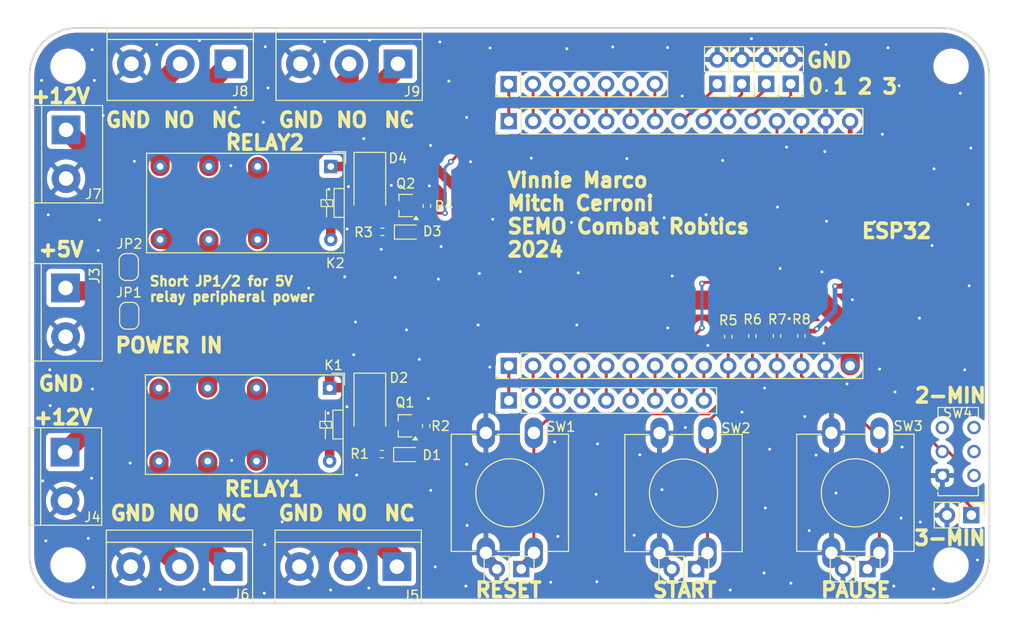
<source format=kicad_pcb>
(kicad_pcb (version 20240108) (generator "pcbnew") (generator_version "8.0")
  (layers (0 "F.Cu" signal) (31 "B.Cu" signal) (34 "B.Paste" user) (35 "F.Paste" user) (36 "B.SilkS" user "B.Silkscreen") (37 "F.SilkS" user "F.Silkscreen") (38 "B.Mask" user) (39 "F.Mask" user) (44 "Edge.Cuts" user))
  (net 0 "")
  (net 1 "Net-(D1-K)")
  (net 2 "RELAY1_EN")
  (net 3 "Net-(D2-A)")
  (net 4 "+5V")
  (net 5 "RELAY2_EN")
  (net 6 "Net-(D3-K)")
  (net 7 "Net-(D4-A)")
  (net 8 "Net-(J1-Pin_6)")
  (net 9 "nTSEL")
  (net 10 "Net-(J1-Pin_5)")
  (net 11 "Net-(J1-Pin_8)")
  (net 12 "Net-(J1-Pin_2)")
  (net 13 "Net-(J1-Pin_7)")
  (net 14 "nPAUSE")
  (net 15 "Net-(J1-Pin_1)")
  (net 16 "nSTART")
  (net 17 "nRESET")
  (net 18 "Net-(J1-Pin_4)")
  (net 19 "GND")
  (net 20 "Net-(J1-Pin_3)")
  (net 21 "LED2")
  (net 22 "Net-(J19-Pin_5)")
  (net 23 "Net-(J19-Pin_6)")
  (net 24 "Net-(J19-Pin_3)")
  (net 25 "Net-(J19-Pin_4)")
  (net 26 "Net-(J19-Pin_2)")
  (net 27 "LED1")
  (net 28 "LED0")
  (net 29 "LED3")
  (net 30 "+3.3V")
  (net 31 "Net-(J19-Pin_1)")
  (net 32 "Net-(J4-Pin_1)")
  (net 33 "Net-(J5-Pin_1)")
  (net 34 "Net-(J5-Pin_2)")
  (net 35 "Net-(J6-Pin_2)")
  (net 36 "Net-(J6-Pin_1)")
  (net 37 "Net-(J7-Pin_1)")
  (net 38 "Net-(J8-Pin_1)")
  (net 39 "Net-(J8-Pin_2)")
  (net 40 "Net-(J9-Pin_1)")
  (net 41 "Net-(J9-Pin_2)")
  (net 43 "Net-(J1-Pin_9)")
  (net 44 "Net-(J19-Pin_7)")
  (footprint "Resistor_SMD:R_0402_1005Metric" (layer "F.Cu") (at 131.1148 66.1396 -90)
    (property "Reference" "R7")
    (property "Value" "100K")
  )
  (footprint "Connector_PinHeader_2.54mm:PinHeader_1x09_P2.54mm_Vertical" (layer "F.Cu") (at 103.1748 72.8726 90)
    (property "Reference" "J18" (hide yes))
    (property "Value" "Conn_01x09_Pin")
  )
  (footprint "Resistor_SMD:R_0402_1005Metric" (layer "F.Cu") (at 89.9413 78.4606 180)
    (property "Reference" "R1")
    (property "Value" "220")
  )
  (footprint "Connector_PinHeader_2.54mm:PinHeader_1x02_P2.54mm_Vertical" (layer "F.Cu") (at 127.4336 39.8576 180)
    (property "Reference" "J15" (hide yes))
    (property "Value" "LED1")
  )
  (footprint "" (layer "F.Cu") (at 149.2504 90.0176)
    (property "Reference" "")
    (property "Value" "")
  )
  (footprint "Connector_PinHeader_2.54mm:PinHeader_1x07_P2.54mm_Vertical" (layer "F.Cu") (at 103.1494 39.878 90)
    (property "Reference" "J19" (hide yes))
    (property "Value" "Conn_01x07_Pin")
  )
  (footprint "Jumper:SolderJumper-2_P1.3mm_Open_RoundedPad1.0x1.5mm" (layer "F.Cu") (at 63.5762 58.9534 -90)
    (property "Reference" "JP2")
    (property "Value" "Jumper_2_Open" (hide yes))
  )
  (footprint "Relay_THT:Relay_DPDT_Omron_G5V-2" (layer "F.Cu") (at 84.6257 48.4749 -90)
    (property "Reference" "K2")
    (property "Value" "G5V-2_Split" (hide yes))
  )
  (footprint "Resistor_SMD:R_0402_1005Metric" (layer "F.Cu") (at 94.5641 75.5142 90)
    (property "Reference" "R2")
    (property "Value" "100K")
  )
  (footprint "Resistor_SMD:R_0402_1005Metric" (layer "F.Cu") (at 128.5494 66.167 -90)
    (property "Reference" "R6")
    (property "Value" "100K")
  )
  (footprint "" (layer "F.Cu") (at 149.2504 38.0238)
    (property "Reference" "")
    (property "Value" "")
  )
  (footprint "TerminalBlock:TerminalBlock_bornier-3_P5.08mm" (layer "F.Cu") (at 73.9394 90.1954 180)
    (property "Reference" "J6")
    (property "Value" "Screw_Terminal_01x03" (hide yes))
  )
  (footprint "Jumper:SolderJumper-2_P1.3mm_Open_RoundedPad1.0x1.5mm" (layer "F.Cu") (at 63.627 64.0334 90)
    (property "Reference" "JP1")
    (property "Value" "Jumper_2_Open")
  )
  (footprint "TerminalBlock:TerminalBlock_bornier-2_P5.08mm" (layer "F.Cu") (at 56.9976 61.1378 -90)
    (property "Reference" "J3")
    (property "Value" "5V INPUT")
  )
  (footprint "Connector_PinHeader_2.54mm:PinHeader_1x02_P2.54mm_Vertical" (layer "F.Cu") (at 140.5382 90.4494 -90)
    (property "Reference" "J12" (hide yes))
    (property "Value" "PAUSE")
  )
  (footprint "TerminalBlock:TerminalBlock_bornier-3_P5.08mm" (layer "F.Cu") (at 74.0156 37.7698 180)
    (property "Reference" "J8")
    (property "Value" "Screw_Terminal_01x03" (hide yes))
  )
  (footprint "TerminalBlock:TerminalBlock_bornier-2_P5.08mm" (layer "F.Cu") (at 56.9468 78.2574 -90)
    (property "Reference" "J4")
    (property "Value" "Bell Power")
  )
  (footprint "Connector_PinHeader_2.54mm:PinHeader_1x02_P2.54mm_Vertical" (layer "F.Cu") (at 104.4702 90.4494 -90)
    (property "Reference" "J10" (hide yes))
    (property "Value" "RESET")
  )
  (footprint "Package_TO_SOT_SMD:SOT-323_SC-70" (layer "F.Cu") (at 92.456 52.5413 180)
    (property "Reference" "Q2")
    (property "Value" "BSS214NW")
  )
  (footprint "Resistor_SMD:R_0402_1005Metric" (layer "F.Cu") (at 133.6548 66.1396 -90)
    (property "Reference" "R8")
    (property "Value" "100K")
  )
  (footprint "TerminalBlock:TerminalBlock_bornier-3_P5.08mm" (layer "F.Cu") (at 91.6178 37.7698 180)
    (property "Reference" "J9")
    (property "Value" "Screw_Terminal_01x03" (hide yes))
  )
  (footprint "Connector_PinHeader_2.54mm:PinHeader_1x02_P2.54mm_Vertical" (layer "F.Cu") (at 129.9972 39.8626 180)
    (property "Reference" "J16" (hide yes))
    (property "Value" "LED2")
  )
  (footprint "Connector_PinHeader_2.54mm:PinHeader_1x02_P2.54mm_Vertical" (layer "F.Cu") (at 124.8918 39.8576 180)
    (property "Reference" "J14" (hide yes))
    (property "Value" "LED0")
  )
  (footprint "Diode_SMD:D_SMA" (layer "F.Cu") (at 88.6968 50.5102 -90)
    (property "Reference" "D4")
    (property "Value" "1N1007, SMA")
  )
  (footprint "Resistor_SMD:R_0402_1005Metric" (layer "F.Cu") (at 90.0176 55.2854 180)
    (property "Reference" "R3")
    (property "Value" "220")
  )
  (footprint "TerminalBlock:TerminalBlock_bornier-2_P5.08mm" (layer "F.Cu") (at 57.0484 44.6532 -90)
    (property "Reference" "J7")
    (property "Value" "Bell Power")
  )
  (footprint "Connector_PinHeader_2.54mm:PinHeader_1x15_P2.54mm_Vertical" (layer "F.Cu") (at 103.17 43.75 90)
    (property "Reference" "J2" (hide yes))
    (property "Value" "Conn_01x15_Socket")
  )
  (footprint "TerminalBlock:TerminalBlock_bornier-3_P5.08mm" (layer "F.Cu") (at 91.5162 90.1954 180)
    (property "Reference" "J5")
    (property "Value" "Screw_Terminal_01x03" (hide yes))
  )
  (footprint "Connector_PinHeader_2.54mm:PinHeader_1x02_P2.54mm_Vertical" (layer "F.Cu") (at 151.3615 84.8252 -90)
    (property "Reference" "J13" (hide yes))
    (property "Value" "TIME SEL")
  )
  (footprint "Button_Switch_THT:SW_PUSH-12mm" (layer "F.Cu") (at 136.779 88.7476 90)
    (property "Reference" "SW3")
    (property "Value" "PAUSE")
  )
  (footprint "LED_SMD:LED_0603_1608Metric" (layer "F.Cu") (at 92.7354 55.3108)
    (property "Reference" "D3")
    (property "Value" "RED, 0603")
  )
  (footprint "Button_Switch_THT:SW_PUSH-12mm" (layer "F.Cu") (at 100.781 88.7476 90)
    (property "Reference" "SW1")
    (property "Value" "RESET")
  )
  (footprint "Package_TO_SOT_SMD:SOT-323_SC-70" (layer "F.Cu") (at 92.3797 75.5142 180)
    (property "Reference" "Q1")
    (property "Value" "BSS214NW")
  )
  (footprint "Button_Switch_THT:SW_PUSH-12mm" (layer "F.Cu") (at 118.872 88.773 90)
    (property "Reference" "SW2")
    (property "Value" "START")
  )
  (footprint "LED_SMD:LED_0603_1608Metric" (layer "F.Cu") (at 92.6591 78.5114)
    (property "Reference" "D1")
    (property "Value" "RED, 0603")
  )
  (footprint "Resistor_SMD:R_0402_1005Metric" (layer "F.Cu") (at 94.6404 52.5921 90)
    (property "Reference" "R4")
    (property "Value" "100K")
  )
  (footprint "" (layer "F.Cu") (at 57.2516 90.0176)
    (property "Reference" "")
    (property "Value" "")
  )
  (footprint "Relay_THT:Relay_DPDT_Omron_G5V-2" (layer "F.Cu") (at 84.5057 71.5772 -90)
    (property "Reference" "K1")
    (property "Value" "G5V-2_Split")
  )
  (footprint "Connector_PinHeader_2.54mm:PinHeader_1x02_P2.54mm_Vertical" (layer "F.Cu") (at 132.5372 39.8576 180)
    (property "Reference" "J17" (hide yes))
    (property "Value" "LED3")
  )
  (footprint "Connector_PinHeader_2.54mm:PinHeader_1x02_P2.54mm_Vertical" (layer "F.Cu") (at 122.682 90.4494 -90)
    (property "Reference" "J11" (hide yes))
    (property "Value" "START")
  )
  (footprint "Resistor_SMD:R_0402_1005Metric" (layer "F.Cu") (at 126.0348 66.2178 -90)
    (property "Reference" "R5")
    (property "Value" "100K")
  )
  (footprint "" (layer "F.Cu") (at 57.2516 38.0238)
    (property "Reference" "")
    (property "Value" "")
  )
  (footprint "Diode_SMD:D_SMA" (layer "F.Cu") (at 88.6967 73.533 -90)
    (property "Reference" "D2")
    (property "Value" "1N1007, SMA")
  )
  (footprint "Connector_PinHeader_2.54mm:PinHeader_1x15_P2.54mm_Vertical" (layer "F.Cu") (at 103.17 69.25 90)
    (property "Reference" "J1" (hide yes))
    (property "Value" "Conn_01x15_Socket")
  )
  (footprint "Button_Switch_THT:SW_CK_JS202011AQN_DPDT_Angled" (layer "F.Cu") (at 148.336 80.6958 90)
    (property "Reference" "SW4")
    (property "Value" "SW_SPDT")
  )
  (gr_arc (start 53.2382 39.027) (mid 54.702665 35.491463) (end 58.2382 34.027) (stroke (width 0.2)) (layer "Edge.Cuts"))
  (gr_line (start 58.2382 94.027) (end 148.2382 94.027) (stroke (width 0.2)) (layer "Edge.Cuts"))
  (gr_arc (start 148.2382 34.027) (mid 151.773734 35.491466) (end 153.2382 39.027) (stroke (width 0.2)) (layer "Edge.Cuts"))
  (gr_line (start 148.2382 34.027) (end 58.2382 34.027) (stroke (width 0.2)) (layer "Edge.Cuts"))
  (gr_arc (start 153.2382 89.027) (mid 151.773734 92.562534) (end 148.2382 94.027) (stroke (width 0.2)) (layer "Edge.Cuts"))
  (gr_line (start 53.2382 39.027) (end 53.2382 89.027) (stroke (width 0.2)) (layer "Edge.Cuts"))
  (gr_arc (start 58.2382 94.027) (mid 54.702666 92.562534) (end 53.2382 89.027) (stroke (width 0.2)) (layer "Edge.Cuts"))
  (gr_line (start 153.2382 89.027) (end 153.2382 39.027) (stroke (width 0.2)) (layer "Edge.Cuts"))
  (gr_text "Short JP1/2 for 5V \nrelay peripheral power" (at 65.6336 62.6364 0) (layer "F.SilkS") (effects (font (size 1 1) (thickness 0.25) (bold yes)) (justify left bottom)))
  (gr_text "RELAY2" (at 73.4822 46.863 0) (layer "F.SilkS") (effects (font (size 1.5 1.5) (thickness 0.375) (bold yes)) (justify left bottom)))
  (gr_text "+5V" (at 54 58 0) (layer "F.SilkS") (effects (font (size 1.5 1.5) (thickness 0.375) (bold yes)) (justify left bottom)))
  (gr_text "ESP32" (at 139.7508 56.0832 0) (layer "F.SilkS") (effects (font (size 1.5 1.5) (thickness 0.375) (bold yes)) (justify left bottom)))
  (gr_text "GND" (at 79 85.5 0) (layer "F.SilkS") (effects (font (size 1.5 1.5) (thickness 0.375) (bold yes)) (justify left bottom)))
  (gr_text "GND" (at 79 44.5 0) (layer "F.SilkS") (effects (font (size 1.5 1.5) (thickness 0.375) (bold yes)) (justify left bottom)))
  (gr_text "NC" (at 90 44.5 0) (layer "F.SilkS") (effects (font (size 1.5 1.5) (thickness 0.375) (bold yes)) (justify left bottom)))
  (gr_text "0 1 2 3" (at 134.1882 41.021 0) (layer "F.SilkS") (effects (font (size 1.5 1.5) (thickness 0.375) (bold yes)) (justify left bottom)))
  (gr_text "Vinnie Marco\nMitch Cerroni\nSEMO Combat Robtics \n2024" (at 102.8446 58.0136 0) (layer "F.SilkS") (effects (font (size 1.5 1.5) (thickness 0.375) (bold yes)) (justify left bottom)))
  (gr_text "+12V" (at 53.5 75.5 0) (layer "F.SilkS") (effects (font (size 1.5 1.5) (thickness 0.375) (bold yes)) (justify left bottom)))
  (gr_text "NC" (at 72 44.5 0) (layer "F.SilkS") (effects (font (size 1.5 1.5) (thickness 0.375) (bold yes)) (justify left bottom)))
  (gr_text "RELAY1" (at 73.3552 82.9818 0) (layer "F.SilkS") (effects (font (size 1.5 1.5) (thickness 0.375) (bold yes)) (justify left bottom)))
  (gr_text "NO" (at 85 85.5 0) (layer "F.SilkS") (effects (font (size 1.5 1.5) (thickness 0.375) (bold yes)) (justify left bottom)))
  (gr_text "GND" (at 61.5 85.5 0) (layer "F.SilkS") (effects (font (size 1.5 1.5) (thickness 0.375) (bold yes)) (justify left bottom)))
  (gr_text "RESET" (at 99.5 93.5 0) (layer "F.SilkS") (effects (font (size 1.5 1.5) (thickness 0.375) (bold yes)) (justify left bottom)))
  (gr_text "POWER IN" (at 62 68 0) (layer "F.SilkS") (effects (font (size 1.5 1.5) (thickness 0.375) (bold yes)) (justify left bottom)))
  (gr_text "PAUSE" (at 135.5 93.5 0) (layer "F.SilkS") (effects (font (size 1.5 1.5) (thickness 0.375) (bold yes)) (justify left bottom)))
  (gr_text "NC" (at 90 85.5 0) (layer "F.SilkS") (effects (font (size 1.5 1.5) (thickness 0.375) (bold yes)) (justify left bottom)))
  (gr_text "+12V" (at 53.2384 42.0116 0) (layer "F.SilkS") (effects (font (size 1.5 1.5) (thickness 0.375) (bold yes)) (justify left bottom)))
  (gr_text "GND" (at 134.0358 38.2778 0) (layer "F.SilkS") (effects (font (size 1.5 1.5) (thickness 0.375) (bold yes)) (justify left bottom)))
  (gr_text "NO" (at 67 44.5 0) (layer "F.SilkS") (effects (font (size 1.5 1.5) (thickness 0.375) (bold yes)) (justify left bottom)))
  (gr_text "START" (at 118 93.5 0) (layer "F.SilkS") (effects (font (size 1.5 1.5) (thickness 0.375) (bold yes)) (justify left bottom)))
  (gr_text "GND" (at 54 72 0) (layer "F.SilkS") (effects (font (size 1.5 1.5) (thickness 0.375) (bold yes)) (justify left bottom)))
  (gr_text "GND" (at 61 44.5 0) (layer "F.SilkS") (effects (font (size 1.5 1.5) (thickness 0.375) (bold yes)) (justify left bottom)))
  (gr_text "NO" (at 67.5 85.5 0) (layer "F.SilkS") (effects (font (size 1.5 1.5) (thickness 0.375) (bold yes)) (justify left bottom)))
  (gr_text "3-MIN" (at 145.2372 88.0872 0) (layer "F.SilkS") (effects (font (size 1.5 1.5) (thickness 0.375) (bold yes)) (justify left bottom)))
  (gr_text "NO" (at 85 44.5 0) (layer "F.SilkS") (effects (font (size 1.5 1.5) (thickness 0.375) (bold yes)) (justify left bottom)))
  (gr_text "NC" (at 72.5 85.5 0) (layer "F.SilkS") (effects (font (size 1.5 1.5) (thickness 0.375) (bold yes)) (justify left bottom)))
  (gr_text "2-MIN" (at 145.288 73.2282 0) (layer "F.SilkS") (effects (font (size 1.5 1.5) (thickness 0.375) (bold yes)) (justify left bottom)))
  (segment (start 91.8208 78.4606) (end 91.8716 78.5114) (width 0.3) (layer "F.Cu") (net 1))
  (segment (start 90.4513 78.4606) (end 91.8208 78.4606) (width 0.3) (layer "F.Cu") (net 1))
  (segment (start 133.65 58.7042) (end 133.65 43.75) (width 0.3) (layer "F.Cu") (net 2))
  (segment (start 100.6602 66.9036) (end 121.6914 66.9036) (width 0.3) (layer "F.Cu") (net 2))
  (segment (start 131.8006 60.5536) (end 133.65 58.7042) (width 0.3) (layer "F.Cu") (net 2))
  (segment (start 98.5774 72.898) (end 98.5774 69.1896) (width 0.3) (layer "F.Cu") (net 2))
  (segment (start 93.3797 78.4445) (end 93.4466 78.5114) (width 0.3) (layer "F.Cu") (net 2))
  (segment (start 94.4241 76.1642) (end 94.5641 76.0242) (width 0.3) (layer "F.Cu") (net 2))
  (segment (start 98.5774 69.1896) (end 100.6602 67.1068) (width 0.3) (layer "F.Cu") (net 2))
  (segment (start 93.3797 76.1642) (end 93.3797 78.4445) (width 0.3) (layer "F.Cu") (net 2))
  (segment (start 121.6914 66.9036) (end 123.2916 65.3034) (width 0.3) (layer "F.Cu") (net 2))
  (segment (start 94.5641 76.0242) (end 95.4512 76.0242) (width 0.3) (layer "F.Cu") (net 2))
  (segment (start 123.2916 60.6806) (end 123.4186 60.5536) (width 0.3) (layer "F.Cu") (net 2))
  (segment (start 123.4186 60.5536) (end 131.8006 60.5536) (width 0.3) (layer "F.Cu") (net 2))
  (segment (start 95.4512 76.0242) (end 98.5774 72.898) (width 0.3) (layer "F.Cu") (net 2))
  (segment (start 100.6602 67.1068) (end 100.6602 66.9036) (width 0.3) (layer "F.Cu") (net 2))
  (segment (start 93.3797 76.1642) (end 94.4241 76.1642) (width 0.3) (layer "F.Cu") (net 2))
  (via (at 123.2916 60.6806) (size 0.6) (drill 0.3) (layers "F.Cu" "B.Cu") (net 2))
  (via (at 123.2916 65.3034) (size 0.6) (drill 0.3) (layers "F.Cu" "B.Cu") (net 2))
  (segment (start 123.2916 60.6806) (end 123.2916 65.3034) (width 0.3) (layer "B.Cu") (net 2))
  (segment (start 84.5057 79.1972) (end 84.5057 76.8351) (width 1) (layer "F.Cu") (net 3))
  (segment (start 88.7155 75.5142) (end 88.6967 75.533) (width 1) (layer "F.Cu") (net 3))
  (segment (start 84.5057 76.8351) (end 85.8266 75.5142) (width 1) (layer "F.Cu") (net 3))
  (segment (start 91.3797 75.5142) (end 88.7155 75.5142) (width 1) (layer "F.Cu") (net 3))
  (segment (start 85.8266 75.5142) (end 88.6779 75.5142) (width 1) (layer "F.Cu") (net 3))
  (segment (start 88.6779 75.5142) (end 88.6967 75.533) (width 1) (layer "F.Cu") (net 3))
  (segment (start 63.6524 61.4426) (end 57.3024 61.4426) (width 2) (layer "F.Cu") (net 4))
  (segment (start 135.6614 62.4078) (end 97.8662 62.4078) (width 2) (layer "F.Cu") (net 4))
  (segment (start 84.201 62.4078) (end 82.7024 63.9064) (width 2) (layer "F.Cu") (net 4))
  (segment (start 97.7138 50.7492) (end 97.7138 62.2554) (width 1) (layer "F.Cu") (net 4))
  (segment (start 84.5057 65.7097) (end 82.7024 63.9064) (width 1) (layer "F.Cu") (net 4))
  (segment (start 63.5762 61.3664) (end 63.6524 61.4426) (width 1) (layer "F.Cu") (net 4))
  (segment (start 84.6257 48.4749) (end 88.6615 48.4749) (width 1) (layer "F.Cu") (net 4))
  (segment (start 138.73 65.4764) (end 135.6614 62.4078) (width 2) (layer "F.Cu") (net 4))
  (segment (start 97.8662 62.4078) (end 84.201 62.4078) (width 2) (layer "F.Cu") (net 4))
  (segment (start 82.7024 63.9064) (end 70.9422 63.9064) (width 2) (layer "F.Cu") (net 4))
  (segment (start 70.9422 63.9064) (end 68.4784 61.4426) (width 2) (layer "F.Cu") (net 4))
  (segment (start 138.73 69.25) (end 138.73 65.4764) (width 2) (layer "F.Cu") (net 4))
  (segment (start 88.6967 71.533) (end 84.5499 71.533) (width 1) (layer "F.Cu") (net 4))
  (segment (start 63.5762 59.6034) (end 63.5762 61.3664) (width 1) (layer "F.Cu") (net 4))
  (segment (start 88.6968 48.5102) (end 95.4748 48.5102) (width 1) (layer "F.Cu") (net 4))
  (segment (start 88.6615 48.4749) (end 88.6968 48.5102) (width 1) (layer "F.Cu") (net 4))
  (segment (start 68.4784 61.4426) (end 63.6524 61.4426) (width 2) (layer "F.Cu") (net 4))
  (segment (start 84.5499 71.533) (end 84.5057 71.5772) (width 1) (layer "F.Cu") (net 4))
  (segment (start 84.5057 71.5772) (end 84.5057 65.7097) (width 1) (layer "F.Cu") (net 4))
  (segment (start 57.3024 61.4426) (end 56.9976 61.1378) (width 2) (layer "F.Cu") (net 4))
  (segment (start 63.627 61.468) (end 63.6524 61.4426) (width 1) (layer "F.Cu") (net 4))
  (segment (start 63.627 63.3834) (end 63.627 61.468) (width 1) (layer "F.Cu") (net 4))
  (segment (start 97.7138 62.2554) (end 97.8662 62.4078) (width 1) (layer "F.Cu") (net 4))
  (segment (start 95.4748 48.5102) (end 97.7138 50.7492) (width 1) (layer "F.Cu") (net 4))
  (segment (start 94.6404 53.1021) (end 94.8783 53.34) (width 0.3) (layer "F.Cu") (net 5))
  (segment (start 93.456 53.1913) (end 93.456 55.2439) (width 0.3) (layer "F.Cu") (net 5))
  (segment (start 98.8568 46.2534) (end 97.1296 47.9806) (width 0.3) (layer "F.Cu") (net 5))
  (segment (start 131.11 43.75) (end 131.11 45.2676) (width 0.3) (layer "F.Cu") (net 5))
  (segment (start 93.456 55.2439) (end 93.5229 55.3108) (width 0.3) (layer "F.Cu") (net 5))
  (segment (start 130.1242 46.2534) (end 98.8568 46.2534) (width 0.3) (layer "F.Cu") (net 5))
  (segment (start 131.11 45.2676) (end 130.1242 46.2534) (width 0.3) (layer "F.Cu") (net 5))
  (segment (start 94.5512 53.1913) (end 94.6404 53.1021) (width 0.3) (layer "F.Cu") (net 5))
  (segment (start 93.456 53.1913) (end 94.5512 53.1913) (width 0.3) (layer "F.Cu") (net 5))
  (segment (start 94.8783 53.34) (end 96.52 53.34) (width 0.3) (layer "F.Cu") (net 5))
  (via (at 97.1296 47.9806) (size 0.6) (drill 0.3) (layers "F.Cu" "B.Cu") (net 5))
  (via (at 96.52 53.34) (size 0.6) (drill 0.3) (layers "F.Cu" "B.Cu") (net 5))
  (segment (start 96.52 48.5902) (end 96.52 53.34) (width 0.3) (layer "B.Cu") (net 5))
  (segment (start 97.1296 47.9806) (end 96.52 48.5902) (width 0.3) (layer "B.Cu") (net 5))
  (segment (start 91.9479 55.3108) (end 90.553 55.3108) (width 0.3) (layer "F.Cu") (net 6))
  (segment (start 90.553 55.3108) (end 90.5276 55.2854) (width 0.3) (layer "F.Cu") (net 6))
  (segment (start 84.6257 53.7535) (end 84.6257 56.0949) (width 1) (layer "F.Cu") (net 7))
  (segment (start 85.869 52.5102) (end 84.6257 53.7535) (width 1) (layer "F.Cu") (net 7))
  (segment (start 91.456 52.5413) (end 88.7279 52.5413) (width 1) (layer "F.Cu") (net 7))
  (segment (start 88.6968 52.5102) (end 85.869 52.5102) (width 1) (layer "F.Cu") (net 7))
  (segment (start 88.7279 52.5413) (end 88.6968 52.5102) (width 1) (layer "F.Cu") (net 7))
  (segment (start 115.87 69.25) (end 115.87 72.8678) (width 0.3) (layer "F.Cu") (net 8))
  (segment (start 115.87 72.8678) (end 115.8748 72.8726) (width 0.3) (layer "F.Cu") (net 8))
  (segment (start 148.336 78.1958) (end 148.9602 78.1958) (width 0.3) (layer "F.Cu") (net 9))
  (segment (start 146.5326 74.4474) (end 146.5326 76.3924) (width 0.3) (layer "F.Cu") (net 9))
  (segment (start 133.6548 69.2452) (end 133.65 69.25) (width 0.3) (layer "F.Cu") (net 9))
  (segment (start 134.6962 71.374) (end 137.0838 71.374) (width 0.3) (layer "F.Cu") (net 9))
  (segment (start 150.1648 82.804) (end 151.3615 84.0007) (width 0.3) (layer "F.Cu") (net 9))
  (segment (start 148.9602 78.1958) (end 150.1648 79.4004) (width 0.3) (layer "F.Cu") (net 9))
  (segment (start 139.4714 73.7616) (end 145.8468 73.7616) (width 0.3) (layer "F.Cu") (net 9))
  (segment (start 150.1648 79.4004) (end 150.1648 82.804) (width 0.3) (layer "F.Cu") (net 9))
  (segment (start 133.6548 66.6496) (end 133.6548 69.2452) (width 0.3) (layer "F.Cu") (net 9))
  (segment (start 133.65 69.25) (end 133.65 70.3278) (width 0.3) (layer "F.Cu") (net 9))
  (segment (start 133.65 70.3278) (end 134.6962 71.374) (width 0.3) (layer "F.Cu") (net 9))
  (segment (start 145.8468 73.7616) (end 146.5326 74.4474) (width 0.3) (layer "F.Cu") (net 9))
  (segment (start 146.5326 76.3924) (end 148.336 78.1958) (width 0.3) (layer "F.Cu") (net 9))
  (segment (start 137.0838 71.374) (end 139.4714 73.7616) (width 0.3) (layer "F.Cu") (net 9))
  (segment (start 151.3615 84.0007) (end 151.3615 84.8252) (width 0.3) (layer "F.Cu") (net 9))
  (segment (start 113.33 72.8678) (end 113.3348 72.8726) (width 0.3) (layer "F.Cu") (net 10))
  (segment (start 113.33 69.25) (end 113.33 72.8678) (width 0.3) (layer "F.Cu") (net 10))
  (segment (start 120.95 69.25) (end 120.95 72.8678) (width 0.3) (layer "F.Cu") (net 11))
  (segment (start 120.95 72.8678) (end 120.9548 72.8726) (width 0.3) (layer "F.Cu") (net 11))
  (segment (start 105.71 72.8678) (end 105.7148 72.8726) (width 0.3) (layer "F.Cu") (net 12))
  (segment (start 105.71 69.25) (end 105.71 72.8678) (width 0.3) (layer "F.Cu") (net 12))
  (segment (start 118.41 69.25) (end 118.41 72.8678) (width 0.3) (layer "F.Cu") (net 13))
  (segment (start 118.41 72.8678) (end 118.4148 72.8726) (width 0.3) (layer "F.Cu") (net 13))
  (segment (start 141.779 76.2476) (end 141.779 88.7476) (width 0.3) (layer "F.Cu") (net 14))
  (segment (start 140.5382 89.9884) (end 141.779 88.7476) (width 0.5) (layer "F.Cu") (net 14))
  (segment (start 136.906 71.9074) (end 132.1308 71.9074) (width 0.3) (layer "F.Cu") (net 14))
  (segment (start 131.1148 69.2452) (end 131.11 69.25) (width 0.3) (layer "F.Cu") (net 14))
  (segment (start 141.2462 76.2476) (end 136.906 71.9074) (width 0.3) (layer "F.Cu") (net 14))
  (segment (start 141.779 76.2476) (end 141.2462 76.2476) (width 0.3) (layer "F.Cu") (net 14))
  (segment (start 140.5382 90.4494) (end 140.5382 89.9884) (width 0.5) (layer "F.Cu") (net 14))
  (segment (start 131.11 70.8866) (end 131.11 69.25) (width 0.3) (layer "F.Cu") (net 14))
  (segment (start 131.1148 66.6496) (end 131.1148 69.2452) (width 0.3) (layer "F.Cu") (net 14))
  (segment (start 132.1308 71.9074) (end 131.11 70.8866) (width 0.3) (layer "F.Cu") (net 14))
  (segment (start 103.17 69.25) (end 103.17 72.8678) (width 0.3) (layer "F.Cu") (net 15))
  (segment (start 103.17 72.8678) (end 103.1748 72.8726) (width 0.3) (layer "F.Cu") (net 15))
  (segment (start 123.872 75.137) (end 128.57 70.439) (width 0.3) (layer "F.Cu") (net 16))
  (segment (start 128.5748 69.2452) (end 128.57 69.25) (width 0.3) (layer "F.Cu") (net 16))
  (segment (start 128.57 70.439) (end 128.57 69.25) (width 0.3) (layer "F.Cu") (net 16))
  (segment (start 128.5494 69.2294) (end 128.57 69.25) (width 0.3) (layer "F.Cu") (net 16))
  (segment (start 122.682 90.4494) (end 122.682 89.963) (width 0.5) (layer "F.Cu") (net 16))
  (segment (start 123.872 76.273) (end 123.872 88.773) (width 0.3) (layer "F.Cu") (net 16))
  (segment (start 128.5494 66.677) (end 128.5494 69.2294) (width 0.3) (layer "F.Cu") (net 16))
  (segment (start 122.682 89.963) (end 123.872 88.773) (width 0.5) (layer "F.Cu") (net 16))
  (segment (start 123.872 76.273) (end 123.872 75.137) (width 0.3) (layer "F.Cu") (net 16))
  (segment (start 105.781 76.2476) (end 105.781 88.7476) (width 0.3) (layer "F.Cu") (net 17))
  (segment (start 105.781 76.2476) (end 107.759 74.2696) (width 0.3) (layer "F.Cu") (net 17))
  (segment (start 107.759 74.2696) (end 124.0028 74.2696) (width 0.3) (layer "F.Cu") (net 17))
  (segment (start 126.03 72.2424) (end 126.03 69.25) (width 0.3) (layer "F.Cu") (net 17))
  (segment (start 104.4702 90.0584) (end 105.781 88.7476) (width 0.5) (layer "F.Cu") (net 17))
  (segment (start 124.0028 74.2696) (end 126.03 72.2424) (width 0.3) (layer "F.Cu") (net 17))
  (segment (start 126.0348 66.7278) (end 126.0348 69.2452) (width 0.3) (layer "F.Cu") (net 17))
  (segment (start 126.0348 69.2452) (end 126.03 69.25) (width 0.3) (layer "F.Cu") (net 17))
  (segment (start 104.4702 90.4494) (end 104.4702 90.0584) (width 0.5) (layer "F.Cu") (net 17))
  (segment (start 110.79 69.25) (end 110.79 72.8678) (width 0.3) (layer "F.Cu") (net 18))
  (segment (start 110.79 72.8678) (end 110.7948 72.8726) (width 0.3) (layer "F.Cu") (net 18))
  (segment (start 137.9982 89.9668) (end 136.779 88.7476) (width 0.5) (layer "F.Cu") (net 19))
  (segment (start 101.9302 89.8968) (end 100.781 88.7476) (width 0.5) (layer "F.Cu") (net 19))
  (segment (start 93.3797 74.8642) (end 94.4241 74.8642) (width 0.3) (layer "F.Cu") (net 19))
  (segment (start 94.4241 74.8642) (end 94.5641 75.0042) (width 0.3) (layer "F.Cu") (net 19))
  (segment (start 93.456 51.8913) (end 94.4496 51.8913) (width 0.3) (layer "F.Cu") (net 19))
  (segment (start 120.142 90.043) (end 118.872 88.773) (width 0.5) (layer "F.Cu") (net 19))
  (segment (start 101.9302 90.4494) (end 101.9302 89.8968) (width 0.5) (layer "F.Cu") (net 19))
  (segment (start 94.4496 51.8913) (end 94.6404 52.0821) (width 0.3) (layer "F.Cu") (net 19))
  (segment (start 120.142 90.4494) (end 120.142 90.043) (width 0.5) (layer "F.Cu") (net 19))
  (segment (start 137.9982 90.4494) (end 137.9982 89.9668) (width 0.5) (layer "F.Cu") (net 19))
  (via (at 119.3546 53.8226) (size 0.6) (drill 0.3) (layers "F.Cu" "B.Cu") (net 19))
  (via (at 78.0796 40.2844) (size 0.6) (drill 0.3) (layers "F.Cu" "B.Cu") (net 19))
  (via (at 59.3598 87.249) (size 0.6) (drill 0.3) (layers "F.Cu" "B.Cu") (net 19))
  (via (at 142.6718 36.0934) (size 0.6) (drill 0.3) (layers "F.Cu" "B.Cu") (net 19))
  (via (at 146.05 85.5472) (size 0.6) (drill 0.3) (layers "F.Cu" "B.Cu") (net 19))
  (via (at 83.9724 35.4584) (size 0.6) (drill 0.3) (layers "F.Cu" "B.Cu") (net 19))
  (via (at 136.271 40.5638) (size 0.6) (drill 0.3) (layers "F.Cu" "B.Cu") (net 19))
  (via (at 55.3466 69.6722) (size 0.6) (drill 0.3) (layers "F.Cu" "B.Cu") (net 19))
  (via (at 87.1982 64.6938) (size 0.6) (drill 0.3) (layers "F.Cu" "B.Cu") (net 19))
  (via (at 110.4138 59.563) (size 0.6) (drill 0.3) (layers "F.Cu" "B.Cu") (net 19))
  (via (at 136.271 54.1782) (size 0.6) (drill 0.3) (layers "F.Cu" "B.Cu") (net 19))
  (via (at 142.0876 45.1104) (size 0.6) (drill 0.3) (layers "F.Cu" "B.Cu") (net 19))
  (via (at 64.1096 42.9514) (size 0.6) (drill 0.3) (layers "F.Cu" "B.Cu") (net 19))
  (via (at 135.1788 78.5622) (size 0.6) (drill 0.3) (layers "F.Cu" "B.Cu") (net 19))
  (via (at 95.9866 35.4838) (size 0.6) (drill 0.3) (layers "F.Cu" "B.Cu") (net 19))
  (via (at 98.8314 85.9028) (size 0.6) (drill 0.3) (layers "F.Cu" "B.Cu") (net 19))
  (via (at 131.445 59.1058) (size 0.6) (drill 0.3) (layers "F.Cu" "B.Cu") (net 19))
  (via (at 136.0932 46.9138) (size 0.6) (drill 0.3) (layers "F.Cu" "B.Cu") (net 19))
  (via (at 132.3848 64.3382) (size 0.6) (drill 0.3) (layers "F.Cu" "B.Cu") (net 19))
  (via (at 119.126 82.169) (size 0.6) (drill 0.3) (layers "F.Cu" "B.Cu") (net 19))
  (via (at 116.2304 86.9188) (size 0.6) (drill 0.3) (layers "F.Cu" "B.Cu") (net 19))
  (via (at 134.0104 74.549) (size 0.6) (drill 0.3) (layers "F.Cu" "B.Cu") (net 19))
  (via (at 115.4684 47.6504) (size 0.6) (drill 0.3) (layers "F.Cu" "B.Cu") (net 19))
  (via (at 86.3346 54.991) (size 0.6) (drill 0.3) (layers "F.Cu" "B.Cu") (net 19))
  (via (at 82.3214 61.1632) (size 0.6) (drill 0.3) (layers "F.Cu" "B.Cu") (net 19))
  (via (at 132.1054 46.4566) (size 0.6) (drill 0.3) (layers "F.Cu" "B.Cu") (net 19))
  (via (at 86.0806 59.9694) (size 0.6) (drill 0.3) (layers "F.Cu" "B.Cu") (net 19))
  (via (at 96.9264 39.5732) (size 0.6) (drill 0.3) (layers "F.Cu" "B.Cu") (net 19))
  (via (at 130.3528 77.9526) (size 0.6) (drill 0.3) (layers "F.Cu" "B.Cu") (net 19))
  (via (at 147.4724 48.7172) (size 0.6) (drill 0.3) (layers "F.Cu" "B.Cu") (net 19))
  (via (at 128.4478 35.1536) (size 0.6) (drill 0.3) (layers "F.Cu" "B.Cu") (net 19))
  (via (at 92.5322 43.688) (size 0.6) (drill 0.3) (layers "F.Cu" "B.Cu") (net 19))
  (via (at 136.2202 35.7632) (size 0.6) (drill 0.3) (layers "F.Cu" "B.Cu") (net 19))
  (via (at 121.5644 75.692) (size 0.6) (drill 0.3) (layers "F.Cu" "B.Cu") (net 19))
  (via (at 152 89.5) (size 0.6) (drill 0.3) (layers "F.Cu" "B.Cu") (net 19))
  (via (at 126.238 92.6338) (size 0.6) (drill 0.3) (layers "F.Cu" "B.Cu") (net 19))
  (via (at 129.8956 84.074) (size 0.6) (drill 0.3) (layers "F.Cu" "B.Cu") (net 19))
  (via (at 150.2156 40.8432) (size 0.6) (drill 0.3) (layers "F.Cu" "B.Cu") (net 19))
  (via (at 134.4676 86.4362) (size 0.6) (drill 0.3) (layers "F.Cu" "B.Cu") (net 19))
  (via (at 54.61 81.2546) (size 0.6) (drill 0.3) (layers "F.Cu" "B.Cu") (net 19))
  (via (at 116.8146 78.5368) (size 0.6) (drill 0.3) (layers "F.Cu" "B.Cu") (net 19))
  (via (at 112.268 82.6516) (size 0.6) (drill 0.3) (layers "F.Cu" "B.Cu") (net 19))
  (via (at 141.2748 54.229) (size 0.6) (drill 0.3) (layers "F.Cu" "B.Cu") (net 19))
  (via (at 143.8402 40.0558) (size 0.6) (drill 0.3) (layers "F.Cu" "B.Cu") (net 19))
  (via (at 91.3384 60.0456) (size 0.6) (drill 0.3) (layers "F.Cu" "B.Cu") (net 19))
  (via (at 59.7154 80.9752) (size 0.6) (drill 0.3) (layers "F.Cu" "B.Cu") (net 19))
  (via (at 109.7026 54.3052) (size 0.6) (drill 0.3) (layers "F.Cu" "B.Cu") (net 19))
  (via (at 66.4972 35.7632) (size 0.6) (drill 0.3) (layers "F.Cu" "B.Cu") (net 19))
  (via (at 95.0214 46.2788) (size 0.6) (drill 0.3) (layers "F.Cu" "B.Cu") (net 19))
  (via (at 54.9402 87.503) (size 0.6) (drill 0.3) (layers "F.Cu" "B.Cu") (net 19))
  (via (at 132.5626 91.9226) (size 0.6) (drill 0.3) (layers "F.Cu" "B.Cu") (net 19))
  (via (at 59.8678 92.3544) (size 0.6) (drill 0.3) (layers "F.Cu" "B.Cu") (net 19))
  (via (at 95.504 90.2208) (size 0.6) (drill 0.3) (layers "F.Cu" "B.Cu") (net 19))
  (via (at 95.0468 82.2452) (size 0.6) (drill 0.3) (layers "F.Cu" "B.Cu") (net 19))
  (via (at 141.8082 69.596) (size 0.6) (drill 0.3) (layers "F.Cu" "B.Cu") (net 19))
  (via (at 55.3974 73.406) (size 0.6) (drill 0.3) (layers "F.Cu" "B.Cu") (net 19))
  (via (at 59.7916 71.6788) (size 0.6) (drill 0.3) (layers "F.Cu" "B.Cu") (net 19))
  (via (at 135.9916 66.9036) (size 0.6) (drill 0.3) (layers "F.Cu" "B.Cu") (net 19))
  (via (at 74.295 79.121) (size 0.6) (drill 0.3) (layers "F.Cu" "B.Cu") (net 19))
  (via (at 151.0284 52.4256) (size 0.6) (drill 0.3) (layers "F.Cu" "B.Cu") (net 19))
  (via (at 77.7494 87.9094) (size 0.6) (drill 0.3) (layers "F.Cu" "B.Cu") (net 19))
  (via (at 71.4248 92.5576) (size 0.6) (drill 0.3) (layers "F.Cu" "B.Cu") (net 19))
  (via (at 60 39.5) (size 0.6) (drill 0.3) (layers "F.Cu" "B.Cu") (net 19))
  (via (at 84.3534 74.1934) (size 0.6) (drill 0.3) (layers "F.Cu" "B.Cu") (net 19))
  (via (at 137.2616 82.5246) (size 0.6) (drill 0.3) (layers "F.Cu" "B.Cu") (net 19))
  (via (at 86.4616 50.5714) (size 0.6) (drill 0.3) (layers "F.Cu" "B.Cu") (net 19))
  (via (at 112.4204 77.3938) (size 0.6) (drill 0.3) (layers "F.Cu" "B.Cu") (net 19))
  (via (at 92.5068 65.5066) (size 0.6) (drill 0.3) (layers "F.Cu" "B.Cu") (net 19))
  (via (at 79.5528 85.5218) (size 0.6) (drill 0.3) (layers "F.Cu" "B.Cu") (net 19))
  (via (at 63.4492 84.582) (size 0.6) (drill 0.3) (layers "F.Cu" "B.Cu") (net 19))
  (via (at 54.8132 57.3786) (size 0.6) (drill 0.3) (layers "F.Cu" "B.Cu") (net 19))
  (via (at 59.7662 36.2966) (size 0.6) (drill 0.3) (layers "F.Cu" "B.Cu") (net 19))
  (via (at 151.3078 46.5582) (size 0.6) (drill 0.3) (layers "F.Cu" "B.Cu") (net 19))
  (via (at 147.2692 56.7182) (size 0.6) (drill 0.3) (layers "F.Cu" "B.Cu") (net 19))
  (via (at 60.4012 57.2262) (size 0.6) (drill 0.3) (layers "F.Cu" "B.Cu") (net 19))
  (via (at 98.7044 92.2274) (size 0.6) (drill 0.3) (layers "F.Cu" "B.Cu") (net 19))
  (via (at 119.7102 36.068) (size 0.6) (drill 0.3) (layers "F.Cu" "B.Cu") (net 19))
  (via (at 101.1936 69.3928) (size 0.6) (drill 0.3) (layers "F.Cu" "B.Cu") (net 19))
  (via (at 74.2188 48.387) (size 0.6) (drill 0.3) (layers "F.Cu" "B.Cu") (net 19))
  (via (at 131.1656 52.705) (size 0.6) (drill 0.3) (layers "F.Cu" "B.Cu") (net 19))
  (via (at 98.7806 43.3578) (size 0.6) (drill 0.3) (layers "F.Cu" "B.Cu") (net 19))
  (via (at 151.13 60.9092) (size 0.6) (drill 0.3) (layers "F.Cu" "B.Cu") (net 19))
  (via (at 96.1136 56.8198) (size 0.6) (drill 0.3) (layers "F.Cu" "B.Cu") (net 19))
  (via (at 88.6714 35.306) (size 0.6) (drill 0.3) (layers "F.Cu" "B.Cu") (net 19))
  (via (at 63.7286 79.4004) (size 0.6) (drill 0.3) (layers "F.Cu" "B.Cu") (net 19))
  (via (at 107.5436 91.821) (size 0.6) (drill 0.3) (layers "F.Cu" "B.Cu") (net 19))
  (via (at 54.5 39.5) (size 0.6) (drill 0.3) (layers "F.Cu" "B.Cu") (net 19))
  (via (at 64.1604 47.9298) (size 0.6) (drill 0.3) (layers "F.Cu" "B.Cu") (net 19))
  (via (at 94.7928 72.6694) (size 0.6) (drill 0.3) (layers "F.Cu" "B.Cu") (net 19))
  (via (at 100.1014 59.6392) (size 0.6) (drill 0.3) (layers "F.Cu" "B.Cu") (net 19))
  (via (at 60.9092 43.1546) (size 0.6) (drill 0.3) (layers "F.Cu" "B.Cu") (net 19))
  (via (at 101.219 36.1188) (size 0.6) (drill 0.3) (layers "F.Cu" "B.Cu") (net 19))
  (via (at 99.9744 64.9986) (size 0.6) (drill 0.3) (layers "F.Cu" "B.Cu") (net 19))
  (via (at 77.597 43.8658) (size 0.6) (drill 0.3) (layers "F.Cu" "B.Cu") (net 19))
  (via (at 74.2188 44.9834) (size 0.6) (drill 0.3) (layers "F.Cu" "B.Cu") (net 19))
  (via (at 105.5116 47.5996) (size 0.6) (drill 0.3) (layers "F.Cu" "B.Cu") (net 19))
  (via (at 144.0434 85.1408) (size 0.6) (drill 0.3) (layers "F.Cu" "B.Cu") (net 19))
  (via (at 77.8002 35.9918) (size 0.6) (drill 0.3) (layers "F.Cu" "B.Cu") (net 19))
  (via (at 143.2814 92.2274) (size 0.6) (drill 0.3) (layers "F.Cu" "B.Cu") (net 19))
  (via (at 147.4216 92.5322) (size 0.6) (drill 0.3) (layers "F.Cu" "B.Cu") (net 19))
  (via (at 66.8528 92.5576) (size 0.6) (drill 0.3) (layers "F.Cu" "B.Cu") (net 19))
  (via (at 95.8342 60.2234) (size 0.6) (drill 0.3) (layers "F.Cu" "B.Cu") (net 19))
  (via (at 109.22 36.195) (size 0.6) (drill 0.3) (layers "F.Cu" "B.Cu") (net 19))
  (via (at 127.4572 74.0918) (size 0.6) (drill 0.3) (layers "F.Cu" "B.Cu") (net 19))
  (via (at 84.6074 92.6338) (size 0.6) (drill 0.3) (layers "F.Cu" "B.Cu") (net 19))
  (via (at 123.7234 53.4924) (size 0.6) (drill 0.3) (layers "F.Cu" "B.Cu") (net 19))
  (via (at 74.676 42.3164) (size 0.6) (drill 0.3) (layers "F.Cu" "B.Cu") (net 19))
  (via (at 70.9422 35.3568) (size 0.6) (drill 0.3) (layers "F.Cu" "B.Cu") (net 19))
  (via (at 145.9484 64.2874) (size 0.6) (drill 0.3) (layers "F.Cu" "B.Cu") (net 19))
  (via (at 87.3252 80.645) (size 0.6) (drill 0.3) (layers "F.Cu" "B.Cu") (net 19))
  (via (at 129.7686 90.8558) (size 0.6) (drill 0.3) (layers "F.Cu" "B.Cu") (net 19))
  (via (at 88.5952 92.4306) (size 0.6) (drill 0.3) (layers "F.Cu" "B.Cu") (net 19))
  (via (at 89.8906 57.0992) (size 0.6) (drill 0.3) (layers "F.Cu" "B.Cu") (net 19))
  (via (at 113.9952 36.0172) (size 0.6) (drill 0.3) (layers "F.Cu" "B.Cu") (net 19))
  (via (at 99.187 47.9806) (size 0.6) (drill 0.3) (layers "F.Cu" "B.Cu") (net 19))
  (via (at 121.2342 41.1226) (size 0.6) (drill 0.3) (layers "F.Cu" "B.Cu") (net 19))
  (via (at 123.9012 67.1322) (size 0.6) (drill 0.3) (layers "F.Cu" "B.Cu") (net 19))
  (via (at 143.4084 71.9836) (size 0.6) (drill 0.3) (layers "F.Cu" "B.Cu") (net 19))
  (via (at 125.4506 47.8536) (size 0.6) (drill 0.3) (layers "F.Cu" "B.Cu") (net 19))
  (via (at 87.0204 68.0974) (size 0.6) (drill 0.3) (layers "F.Cu" "B.Cu") (net 19))
  (via (at 135.7884 59.4614) (size 0.6) (drill 0.3) (layers "F.Cu" "B.Cu") (net 19))
  (via (at 98.7806 79.5274) (size 0.6) (drill 0.3) (layers "F.Cu" "B.Cu") (net 19))
  (via (at 150.6728 69.6722) (size 0.6) (drill 0.3) (layers "F.Cu" "B.Cu") (net 19))
  (via (at 88.0618 45.5676) (size 0.6) (drill 0.3) (layers "F.Cu" "B.Cu") (net 19))
  (via (at 94.8944 50.4952) (size 0.6) (drill 0.3) (layers "F.Cu" "B.Cu") (net 19))
  (via (at 112.3442 91.7702) (size 0.6) (drill 0.3) (layers "F.Cu" "B.Cu") (net 19))
  (via (at 144.145 77.724) (size 0.6) (drill 0.3) (layers "F.Cu" "B.Cu") (net 19))
  (via (at 129.8194 71.5772) (size 0.6) (drill 0.3) (layers "F.Cu" "B.Cu") (net 19))
  (via (at 90.932 50.4444) (size 0.6) (drill 0.3) (layers "F.Cu" "B.Cu") (net 19))
  (via (at 104.3686 59.436) (size 0.6) (drill 0.3) (layers "F.Cu" "B.Cu") (net 19))
  (via (at 120.1928 59.8932) (size 0.6) (drill 0.3) (layers "F.Cu" "B.Cu") (net 19))
  (via (at 93.853 68.58) (size 0.6) (drill 0.3) (layers "F.Cu" "B.Cu") (net 19))
  (via (at 74.4982 84.836) (size 0.6) (drill 0.3) (layers "F.Cu" "B.Cu") (net 19))
  (via (at 84.4296 50.8508) (size 0.6) (drill 0.3) (layers "F.Cu" "B.Cu") (net 19))
  (via (at 119.7356 65.3034) (size 0.6) (drill 0.3) (layers "F.Cu" "B.Cu") (net 19))
  (via (at 138.4046 71.1454) (size 0.6) (drill 0.3) (layers "F.Cu" "B.Cu") (net 19))
  (via (at 110.2614 64.9986) (size 0.6) (drill 0.3) (layers "F.Cu" "B.Cu") (net 19))
  (via (at 101.4984 53.975) (size 0.6) (drill 0.3) (layers "F.Cu" "B.Cu") (net 19))
  (via (at 138.9634 62.357) (size 0.6) (drill 0.3) (layers "F.Cu" "B.Cu") (net 19))
  (via (at 107.95 77.1906) (size 0.6) (drill 0.3) (layers "F.Cu" "B.Cu") (net 19))
  (via (at 108.2802 87.0458) (size 0.6) (drill 0.3) (layers "F.Cu" "B.Cu") (net 19))
  (via (at 55.1942 53.5178) (size 0.6) (drill 0.3) (layers "F.Cu" "B.Cu") (net 19))
  (via (at 86.3092 73.533) (size 0.6) (drill 0.3) (layers "F.Cu" "B.Cu") (net 19))
  (via (at 93.1164 85.3186) (size 0.6) (drill 0.3) (layers "F.Cu" "B.Cu") (net 19))
  (via (at 77.6986 92.964) (size 0.6) (drill 0.3) (layers "F.Cu" "B.Cu") (net 19))
  (via (at 60.5282 54.0512) (size 0.6) (drill 0.3) (layers "F.Cu" "B.Cu") (net 19))
  (segment (start 108.25 72.8678) (end 108.2548 72.8726) (width 0.3) (layer "F.Cu") (net 20))
  (segment (start 108.25 69.25) (end 108.25 72.8678) (width 0.3) (layer "F.Cu") (net 20))
  (segment (start 126.03 43.75) (end 126.03 42.7022) (width 0.3) (layer "F.Cu") (net 21))
  (segment (start 126.03 42.7022) (end 126.6698 42.0624) (width 0.3) (layer "F.Cu") (net 21))
  (segment (start 129.9972 40.3352) (end 129.9972 39.8626) (width 0.3) (layer "F.Cu") (net 21))
  (segment (start 126.6698 42.0624) (end 128.27 42.0624) (width 0.3) (layer "F.Cu") (net 21))
  (segment (start 128.27 42.0624) (end 129.9972 40.3352) (width 0.3) (layer "F.Cu") (net 21))
  (segment (start 113.33 43.75) (end 113.33 39.8986) (width 0.3) (layer "F.Cu") (net 22))
  (segment (start 113.33 39.8986) (end 113.3094 39.878) (width 0.3) (layer "F.Cu") (net 22))
  (segment (start 115.87 43.75) (end 115.87 39.8986) (width 0.3) (layer "F.Cu") (net 23))
  (segment (start 115.87 39.8986) (end 115.8494 39.878) (width 0.3) (layer "F.Cu") (net 23))
  (segment (start 108.25 39.8986) (end 108.2294 39.878) (width 0.3) (layer "F.Cu") (net 24))
  (segment (start 108.25 43.75) (end 108.25 39.8986) (width 0.3) (layer "F.Cu") (net 24))
  (segment (start 110.79 39.8986) (end 110.7694 39.878) (width 0.3) (layer "F.Cu") (net 25))
  (segment (start 110.79 43.75) (end 110.79 39.8986) (width 0.3) (layer "F.Cu") (net 25))
  (segment (start 105.71 43.75) (end 105.71 39.8986) (width 0.3) (layer "F.Cu") (net 26))
  (segment (start 105.71 39.8986) (end 105.6894 39.878) (width 0.3) (layer "F.Cu") (net 26))
  (segment (start 127.4336 39.8576) (end 127.4336 40.943) (width 0.3) (layer "F.Cu") (net 27))
  (segment (start 126.9238 41.4528) (end 125.1458 41.4528) (width 0.3) (layer "F.Cu") (net 27))
  (segment (start 125.1458 41.4528) (end 123.49 43.1086) (width 0.3) (layer "F.Cu") (net 27))
  (segment (start 127.4336 40.943) (end 126.9238 41.4528) (width 0.3) (layer "F.Cu") (net 27))
  (segment (start 123.49 43.1086) (end 123.49 43.75) (width 0.3) (layer "F.Cu") (net 27))
  (segment (start 124.8918 40.0812) (end 124.8918 39.8576) (width 0.3) (layer "F.Cu") (net 28))
  (segment (start 120.95 43.75) (end 121.223 43.75) (width 0.3) (layer "F.Cu") (net 28))
  (segment (start 121.223 43.75) (end 124.8918 40.0812) (width 0.3) (layer "F.Cu") (net 28))
  (segment (start 132.5372 41.148) (end 132.5372 39.8576) (width 0.3) (layer "F.Cu") (net 29))
  (segment (start 131.7244 41.9608) (end 132.5372 41.148) (width 0.3) (layer "F.Cu") (net 29))
  (segment (start 128.57 43.75) (end 128.57 43.1848) (width 0.3) (layer "F.Cu") (net 29))
  (segment (start 128.57 43.1848) (end 129.794 41.9608) (width 0.3) (layer "F.Cu") (net 29))
  (segment (start 129.794 41.9608) (end 131.7244 41.9608) (width 0.3) (layer "F.Cu") (net 29))
  (segment (start 135.255 65.405) (end 135.0304 65.6296) (width 0.5) (layer "F.Cu") (net 30))
  (segment (start 135.0304 65.6296) (end 133.6548 65.6296) (width 0.5) (layer "F.Cu") (net 30))
  (segment (start 133.6548 65.6296) (end 131.1148 65.6296) (width 0.5) (layer "F.Cu") (net 30))
  (segment (start 126.0856 65.657) (end 126.0348 65.7078) (width 0.5) (layer "F.Cu") (net 30))
  (segment (start 138.73 60.025) (end 137.795 60.96) (width 0.5) (layer "F.Cu") (net 30))
  (segment (start 131.1148 65.6296) (end 128.5768 65.6296) (width 0.5) (layer "F.Cu") (net 30))
  (segment (start 137.795 60.96) (end 137.16 60.96) (width 0.5) (layer "F.Cu") (net 30))
  (segment (start 138.73 43.75) (end 138.73 60.025) (width 0.5) (layer "F.Cu") (net 30))
  (segment (start 128.5768 65.6296) (end 128.5494 65.657) (width 0.5) (layer "F.Cu") (net 30))
  (segment (start 128.5494 65.657) (end 126.0856 65.657) (width 0.5) (layer "F.Cu") (net 30))
  (via (at 137.16 60.96) (size 0.6) (drill 0.3) (layers "F.Cu" "B.Cu") (net 30))
  (via (at 135.255 65.405) (size 0.6) (drill 0.3) (layers "F.Cu" "B.Cu") (net 30))
  (segment (start 137.16 60.96) (end 137.16 63.5) (width 0.5) (layer "B.Cu") (net 30))
  (segment (start 137.16 63.5) (end 135.255 65.405) (width 0.5) (layer "B.Cu") (net 30))
  (segment (start 103.17 43.75) (end 103.17 39.8986) (width 0.3) (layer "F.Cu") (net 31))
  (segment (start 103.17 39.8986) (end 103.1494 39.878) (width 0.3) (layer "F.Cu") (net 31))
  (segment (start 63.6016 75.9714) (end 63.2968 76.2762) (width 2) (layer "F.Cu") (net 32))
  (segment (start 63.2967 76.2761) (end 63.2968 76.2762) (width 2) (layer "F.Cu") (net 32))
  (segment (start 76.8857 76.2762) (end 76.8857 79.1972) (width 2) (layer "F.Cu") (net 32))
  (segment (start 63.627 65.659) (end 63.6016 65.6844) (width 1) (layer "F.Cu") (net 32))
  (segment (start 76.8857 71.5772) (end 76.8857 79.1972) (width 2) (layer "F.Cu") (net 32))
  (segment (start 63.627 64.6834) (end 63.627 65.659) (width 1) (layer "F.Cu") (net 32))
  (segment (start 63.2968 76.2762) (end 76.8857 76.2762) (width 2) (layer "F.Cu") (net 32))
  (segment (start 58.928 76.2762) (end 63.2968 76.2762) (width 2) (layer "F.Cu") (net 32))
  (segment (start 63.6016 65.6844) (end 63.6016 75.9714) (width 2) (layer "F.Cu") (net 32))
  (segment (start 56.9468 78.2574) (end 58.928 76.2762) (width 2) (layer "F.Cu") (net 32))
  (segment (start 82.296 69.5452) (end 82.296 80.3148) (width 2) (layer "F.Cu") (net 33))
  (segment (start 74.7776 66.5988) (end 79.3496 66.5988) (width 2) (layer "F.Cu") (net 33))
  (segment (start 71.8057 71.5772) (end 71.8057 69.5707) (width 2) (layer "F.Cu") (net 33))
  (segment (start 71.8057 69.5707) (end 74.7776 66.5988) (width 2) (layer "F.Cu") (net 33))
  (segment (start 79.3496 66.5988) (end 82.296 69.5452) (width 2) (layer "F.Cu") (net 33))
  (segment (start 82.296 80.3148) (end 91.5162 89.535) (width 2) (layer "F.Cu") (net 33))
  (segment (start 91.5162 89.535) (end 91.5162 90.1954) (width 2) (layer "F.Cu") (net 33))
  (segment (start 74.422 72.6186) (end 74.422 70.5104) (width 2) (layer "F.Cu") (net 34))
  (segment (start 75.8444 69.088) (end 78.2574 69.088) (width 2) (layer "F.Cu") (net 34))
  (segment (start 74.422 70.5104) (end 75.8444 69.088) (width 2) (layer "F.Cu") (net 34))
  (segment (start 73.152 73.8886) (end 74.422 72.6186) (width 2) (layer "F.Cu") (net 34))
  (segment (start 66.7257 71.5772) (end 66.7257 72.3645) (width 2) (layer "F.Cu") (net 34))
  (segment (start 79.6544 70.485) (end 79.6544 81.5594) (width 2) (layer "F.Cu") (net 34))
  (segment (start 79.6544 81.5594) (end 86.4362 88.3412) (width 2) (layer "F.Cu") (net 34))
  (segment (start 66.7257 72.3645) (end 68.2498 73.8886) (width 2) (layer "F.Cu") (net 34))
  (segment (start 78.2574 69.088) (end 79.6544 70.485) (width 2) (layer "F.Cu") (net 34))
  (segment (start 68.2498 73.8886) (end 73.152 73.8886) (width 2) (layer "F.Cu") (net 34))
  (segment (start 86.4362 88.3412) (end 86.4362 90.1954) (width 2) (layer "F.Cu") (net 34))
  (segment (start 66.7257 79.1972) (end 66.7257 88.0617) (width 2) (layer "F.Cu") (net 35))
  (segment (start 66.7257 88.0617) (end 68.8594 90.1954) (width 2) (layer "F.Cu") (net 35))
  (segment (start 71.8057 88.0617) (end 73.9394 90.1954) (width 2) (layer "F.Cu") (net 36))
  (segment (start 71.8057 79.1972) (end 71.8057 88.0617) (width 2) (layer "F.Cu") (net 36))
  (segment (start 63.5508 57.7596) (end 63.5508 51.2064) (width 2) (layer "F.Cu") (net 37))
  (segment (start 77.0128 52.513) (end 77.0128 48.482) (width 2) (layer "F.Cu") (net 37))
  (segment (start 63.5762 58.3034) (end 63.5508 58.278) (width 1) (layer "F.Cu") (net 37))
  (segment (start 77.0128 51.2064) (end 77.0128 52.513) (width 2) (layer "F.Cu") (net 37))
  (segment (start 63.5508 51.2064) (end 63.5762 51.181) (width 2) (layer "F.Cu") (net 37))
  (segment (start 57.0484 44.6532) (end 63.5762 51.181) (width 2) (layer "F.Cu") (net 37))
  (segment (start 77.0128 48.482) (end 77.0057 48.4749) (width 2) (layer "F.Cu") (net 37))
  (segment (start 63.5508 58.278) (end 63.5508 57.7596) (width 1) (layer "F.Cu") (net 37))
  (segment (start 77.0057 56.0949) (end 77.0057 52.5201) (width 2) (layer "F.Cu") (net 37))
  (segment (start 63.5762 51.181) (end 76.9874 51.181) (width 2) (layer "F.Cu") (net 37))
  (segment (start 77.0057 52.5201) (end 77.0128 52.513) (width 2) (layer "F.Cu") (net 37))
  (segment (start 76.9874 51.181) (end 77.0128 51.2064) (width 2) (layer "F.Cu") (net 37))
  (segment (start 71.9257 48.4749) (end 71.9257 39.8597) (width 2) (layer "F.Cu") (net 38))
  (segment (start 71.9257 39.8597) (end 74.0156 37.7698) (width 2) (layer "F.Cu") (net 38))
  (segment (start 66.8457 39.8597) (end 68.9356 37.7698) (width 2) (layer "F.Cu") (net 39))
  (segment (start 66.8457 48.4749) (end 66.8457 39.8597) (width 2) (layer "F.Cu") (net 39))
  (segment (start 91.6178 38.1762) (end 91.6178 37.7698) (width 2) (layer "F.Cu") (net 40))
  (segment (start 74.5998 61.0616) (end 79.5274 61.0616) (width 2) (layer "F.Cu") (net 40))
  (segment (start 71.9257 58.3875) (end 74.5998 61.0616) (width 2) (layer "F.Cu") (net 40))
  (segment (start 71.9257 56.0949) (end 71.9257 58.3875) (width 2) (layer "F.Cu") (net 40))
  (segment (start 82.3214 58.2676) (end 82.3214 47.4726) (width 2) (layer "F.Cu") (net 40))
  (segment (start 79.5274 61.0616) (end 82.3214 58.2676) (width 2) (layer "F.Cu") (net 40))
  (segment (start 82.3214 47.4726) (end 91.6178 38.1762) (width 2) (layer "F.Cu") (net 40))
  (segment (start 86.5378 39.3446) (end 86.5378 37.7698) (width 2) (layer "F.Cu") (net 41))
  (segment (start 79.5274 46.355) (end 86.5378 39.3446) (width 2) (layer "F.Cu") (net 41))
  (segment (start 74.5236 57.2262) (end 75.8444 58.547) (width 2) (layer "F.Cu") (net 41))
  (segment (start 74.5236 54.6862) (end 74.5236 57.2262) (width 2) (layer "F.Cu") (net 41))
  (segment (start 67.4253 56.0949) (end 69.7992 53.721) (width 2) (layer "F.Cu") (net 41))
  (segment (start 79.5274 57.3532) (end 79.5274 46.355) (width 2) (layer "F.Cu") (net 41))
  (segment (start 75.8444 58.547) (end 78.3336 58.547) (width 2) (layer "F.Cu") (net 41))
  (segment (start 78.3336 58.547) (end 79.5274 57.3532) (width 2) (layer "F.Cu") (net 41))
  (segment (start 69.7992 53.721) (end 73.5584 53.721) (width 2) (layer "F.Cu") (net 41))
  (segment (start 66.8457 56.0949) (end 67.4253 56.0949) (width 2) (layer "F.Cu") (net 41))
  (segment (start 73.5584 53.721) (end 74.5236 54.6862) (width 2) (layer "F.Cu") (net 41))
  (segment (start 123.49 72.8678) (end 123.4948 72.8726) (width 0.3) (layer "F.Cu") (net 43))
  (segment (start 123.49 69.25) (end 123.49 72.8678) (width 0.3) (layer "F.Cu") (net 43))
  (segment (start 118.3894 43.7294) (end 118.41 43.75) (width 0.3) (layer "F.Cu") (net 44))
  (segment (start 118.3894 39.878) (end 118.3894 43.7294) (width 0.3) (layer "F.Cu") (net 44))
  (zone (net 19) (net_name "GND") (layers "F&B.Cu") (connect_pads (clearance 0.5)) (min_thickness 0.25) (fill yes (thermal_gap 0.5) (thermal_bridge_width 0.5))
    (polygon (pts (xy 50.165 31.115) (xy 156.845 31.115) (xy 156.845 95.885) (xy 50.165 95.885)))
  )
)
</source>
